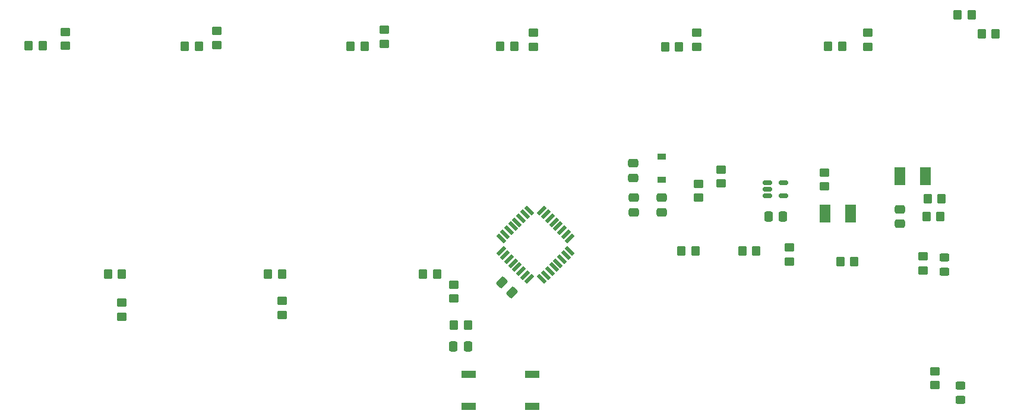
<source format=gbr>
%TF.GenerationSoftware,KiCad,Pcbnew,(6.0.0)*%
%TF.CreationDate,2023-05-12T18:13:20+02:00*%
%TF.ProjectId,keyboard,6b657962-6f61-4726-942e-6b696361645f,rev?*%
%TF.SameCoordinates,Original*%
%TF.FileFunction,Paste,Bot*%
%TF.FilePolarity,Positive*%
%FSLAX46Y46*%
G04 Gerber Fmt 4.6, Leading zero omitted, Abs format (unit mm)*
G04 Created by KiCad (PCBNEW (6.0.0)) date 2023-05-12 18:13:20*
%MOMM*%
%LPD*%
G01*
G04 APERTURE LIST*
G04 Aperture macros list*
%AMRoundRect*
0 Rectangle with rounded corners*
0 $1 Rounding radius*
0 $2 $3 $4 $5 $6 $7 $8 $9 X,Y pos of 4 corners*
0 Add a 4 corners polygon primitive as box body*
4,1,4,$2,$3,$4,$5,$6,$7,$8,$9,$2,$3,0*
0 Add four circle primitives for the rounded corners*
1,1,$1+$1,$2,$3*
1,1,$1+$1,$4,$5*
1,1,$1+$1,$6,$7*
1,1,$1+$1,$8,$9*
0 Add four rect primitives between the rounded corners*
20,1,$1+$1,$2,$3,$4,$5,0*
20,1,$1+$1,$4,$5,$6,$7,0*
20,1,$1+$1,$6,$7,$8,$9,0*
20,1,$1+$1,$8,$9,$2,$3,0*%
%AMRotRect*
0 Rectangle, with rotation*
0 The origin of the aperture is its center*
0 $1 length*
0 $2 width*
0 $3 Rotation angle, in degrees counterclockwise*
0 Add horizontal line*
21,1,$1,$2,0,0,$3*%
G04 Aperture macros list end*
%ADD10RoundRect,0.250000X-0.350000X-0.450000X0.350000X-0.450000X0.350000X0.450000X-0.350000X0.450000X0*%
%ADD11RoundRect,0.250000X0.350000X0.450000X-0.350000X0.450000X-0.350000X-0.450000X0.350000X-0.450000X0*%
%ADD12RoundRect,0.250000X0.450000X-0.350000X0.450000X0.350000X-0.450000X0.350000X-0.450000X-0.350000X0*%
%ADD13RotRect,0.508000X1.473200X315.000000*%
%ADD14RotRect,0.508000X1.473200X45.000000*%
%ADD15RoundRect,0.250000X0.450000X-0.325000X0.450000X0.325000X-0.450000X0.325000X-0.450000X-0.325000X0*%
%ADD16R,1.500000X2.500000*%
%ADD17RoundRect,0.250000X-0.450000X0.350000X-0.450000X-0.350000X0.450000X-0.350000X0.450000X0.350000X0*%
%ADD18RoundRect,0.250000X0.574524X0.097227X0.097227X0.574524X-0.574524X-0.097227X-0.097227X-0.574524X0*%
%ADD19RoundRect,0.250000X0.337500X0.475000X-0.337500X0.475000X-0.337500X-0.475000X0.337500X-0.475000X0*%
%ADD20RoundRect,0.250000X-0.475000X0.337500X-0.475000X-0.337500X0.475000X-0.337500X0.475000X0.337500X0*%
%ADD21R,2.100000X1.100000*%
%ADD22RoundRect,0.250000X0.475000X-0.337500X0.475000X0.337500X-0.475000X0.337500X-0.475000X-0.337500X0*%
%ADD23RoundRect,0.250000X-0.450000X0.325000X-0.450000X-0.325000X0.450000X-0.325000X0.450000X0.325000X0*%
%ADD24RoundRect,0.150000X-0.512500X-0.150000X0.512500X-0.150000X0.512500X0.150000X-0.512500X0.150000X0*%
%ADD25R,1.200000X0.900000*%
G04 APERTURE END LIST*
D10*
%TO.C,R1*%
X187720000Y-83190000D03*
X189720000Y-83190000D03*
%TD*%
D11*
%TO.C,R20*%
X175690000Y-58910000D03*
X173690000Y-58910000D03*
%TD*%
D12*
%TO.C,R14*%
X154980000Y-58940000D03*
X154980000Y-56940000D03*
%TD*%
%TO.C,R21*%
X65010000Y-58840000D03*
X65010000Y-56840000D03*
%TD*%
D13*
%TO.C,U1*%
X131060295Y-92099501D03*
X130494611Y-91533817D03*
X129928925Y-90968131D03*
X129363239Y-90402445D03*
X128797555Y-89836761D03*
X128231869Y-89271075D03*
X127666184Y-88705390D03*
X127100499Y-88139705D03*
D14*
X127100499Y-86280295D03*
X127666183Y-85714611D03*
X128231869Y-85148925D03*
X128797555Y-84583239D03*
X129363239Y-84017555D03*
X129928925Y-83451869D03*
X130494610Y-82886184D03*
X131060295Y-82320499D03*
D13*
X132919705Y-82320499D03*
X133485389Y-82886183D03*
X134051075Y-83451869D03*
X134616761Y-84017555D03*
X135182445Y-84583239D03*
X135748131Y-85148925D03*
X136313816Y-85714610D03*
X136879501Y-86280295D03*
D14*
X136879501Y-88139705D03*
X136313817Y-88705389D03*
X135748131Y-89271075D03*
X135182445Y-89836761D03*
X134616761Y-90402445D03*
X134051075Y-90968131D03*
X133485390Y-91533816D03*
X132919705Y-92099501D03*
%TD*%
D12*
%TO.C,R29*%
X110460000Y-58540000D03*
X110460000Y-56540000D03*
%TD*%
D11*
%TO.C,R31*%
X107640000Y-58920000D03*
X105640000Y-58920000D03*
%TD*%
D15*
%TO.C,D2*%
X192600000Y-109325000D03*
X192600000Y-107275000D03*
%TD*%
D11*
%TO.C,R12*%
X128990000Y-58930000D03*
X126990000Y-58930000D03*
%TD*%
%TO.C,R22*%
X194180000Y-54410000D03*
X192180000Y-54410000D03*
%TD*%
D12*
%TO.C,R10*%
X131690000Y-58970000D03*
X131690000Y-56970000D03*
%TD*%
D16*
%TO.C,L1*%
X173230000Y-82730000D03*
X176930000Y-82730000D03*
%TD*%
D12*
%TO.C,R25*%
X86600000Y-58690000D03*
X86600000Y-56690000D03*
%TD*%
D17*
%TO.C,R8*%
X155220000Y-78490000D03*
X155220000Y-80490000D03*
%TD*%
%TO.C,R7*%
X158430000Y-76470000D03*
X158430000Y-78470000D03*
%TD*%
D18*
%TO.C,C2*%
X128663072Y-94038716D03*
X127195826Y-92571470D03*
%TD*%
D12*
%TO.C,R6*%
X173210000Y-78910000D03*
X173210000Y-76910000D03*
%TD*%
D17*
%TO.C,R26*%
X168200000Y-87600000D03*
X168200000Y-89600000D03*
%TD*%
D12*
%TO.C,R18*%
X179320000Y-58960000D03*
X179320000Y-56960000D03*
%TD*%
D19*
%TO.C,C4*%
X167277500Y-83170000D03*
X165202500Y-83170000D03*
%TD*%
D11*
%TO.C,R30*%
X163470000Y-88120000D03*
X161470000Y-88120000D03*
%TD*%
D20*
%TO.C,C6*%
X149960000Y-80512500D03*
X149960000Y-82587500D03*
%TD*%
D10*
%TO.C,R5*%
X120360000Y-98700000D03*
X122360000Y-98700000D03*
%TD*%
D17*
%TO.C,R13*%
X95870000Y-95230000D03*
X95870000Y-97230000D03*
%TD*%
D11*
%TO.C,R19*%
X73030000Y-91410000D03*
X71030000Y-91410000D03*
%TD*%
D17*
%TO.C,R3*%
X187210000Y-88870000D03*
X187210000Y-90870000D03*
%TD*%
D21*
%TO.C,SW1*%
X131550000Y-105750000D03*
X122450000Y-105750000D03*
X131550000Y-110250000D03*
X122450000Y-110250000D03*
%TD*%
D11*
%TO.C,R27*%
X84010000Y-58930000D03*
X82010000Y-58930000D03*
%TD*%
D22*
%TO.C,C8*%
X145940000Y-77677500D03*
X145940000Y-75602500D03*
%TD*%
D11*
%TO.C,R16*%
X95880000Y-91410000D03*
X93880000Y-91410000D03*
%TD*%
D16*
%TO.C,L2*%
X183900000Y-77430000D03*
X187600000Y-77430000D03*
%TD*%
D11*
%TO.C,R15*%
X152460000Y-58940000D03*
X150460000Y-58940000D03*
%TD*%
D23*
%TO.C,D1*%
X190320000Y-89015000D03*
X190320000Y-91065000D03*
%TD*%
D11*
%TO.C,R11*%
X117960000Y-91420000D03*
X115960000Y-91420000D03*
%TD*%
D19*
%TO.C,C1*%
X122367500Y-101700000D03*
X120292500Y-101700000D03*
%TD*%
D20*
%TO.C,C7*%
X145980000Y-80502500D03*
X145980000Y-82577500D03*
%TD*%
D11*
%TO.C,R24*%
X197600000Y-57110000D03*
X195600000Y-57110000D03*
%TD*%
D10*
%TO.C,R2*%
X187880000Y-80670000D03*
X189880000Y-80670000D03*
%TD*%
D24*
%TO.C,U2*%
X165022500Y-80230000D03*
X165022500Y-79280000D03*
X165022500Y-78330000D03*
X167297500Y-78330000D03*
X167297500Y-80230000D03*
%TD*%
D17*
%TO.C,R17*%
X73040000Y-95460000D03*
X73040000Y-97460000D03*
%TD*%
%TO.C,R4*%
X188970000Y-105270000D03*
X188970000Y-107270000D03*
%TD*%
D25*
%TO.C,D13*%
X149960000Y-77950000D03*
X149960000Y-74650000D03*
%TD*%
D10*
%TO.C,R28*%
X175430000Y-89600000D03*
X177430000Y-89600000D03*
%TD*%
D17*
%TO.C,R9*%
X120330000Y-92890000D03*
X120330000Y-94890000D03*
%TD*%
D11*
%TO.C,R23*%
X61740000Y-58840000D03*
X59740000Y-58840000D03*
%TD*%
D22*
%TO.C,C5*%
X183970000Y-84227500D03*
X183970000Y-82152500D03*
%TD*%
D10*
%TO.C,R32*%
X152810000Y-88070000D03*
X154810000Y-88070000D03*
%TD*%
M02*

</source>
